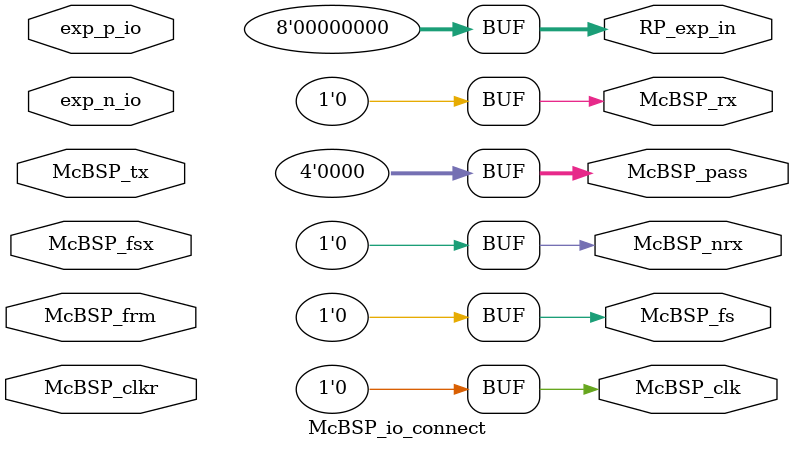
<source format=v>
`timescale 1ns / 1ps


module McBSP_io_connect #(
    parameter USE_RP_DIGITAL_IO_N = 0,
    parameter USE_RP_DIGITAL_IO_P = 0
)
(
    // inout logic [ 8-1:0] exp_p_io,
    inout  [8-1:0] exp_p_io,
    inout  [8-1:0] exp_n_io,
    input  McBSP_clkr, // CLKR: clock return
    input  McBSP_tx,   // TX: data transmit
    input  McBSP_fsx,  // optional, debug: data frame start FSX
    input  McBSP_frm,  // optional, debug: data frame
(* X_INTERFACE_PARAMETER = "FREQ_HZ 20000000" *)
    output McBSP_clk,  // McBSP clock
    output McBSP_fs,   // McBSP FS (frame start)
    output McBSP_rx,   // McBSP RX (data receive)
    output McBSP_nrx,  // optional: Nth/other RedPitaya slaves data TX forwarded on scheme TDB
    output [8-1:0] RP_exp_in,
    output [4-1:0] McBSP_pass
    // output [4-1:0] McBSP_dbg
);

//  [Place 30-574] Poor placement for routing between an IO pin and BUFG. If this sub optimal condition is acceptable for this design, you may use the CLOCK_DEDICATED_ROUTE constraint in the .xdc file to demote this message to a WARNING. However, the use of this override is highly discouraged. These examples can be used directly in the .xdc file to override this clock rule.
//  set_property CLOCK_DEDICATED_ROUTE FALSE [get_nets system_i/PS_data_transport/McBSP_io_connect_0/inst/clk_iobuf/O]
// => complains about using non clk dedicated IO pin for McBSP Clk.
// https://www.xilinx.com/support/documentation/sw_manuals/xilinx2012_2/ug953-vivado-7series-libraries.pdfhttps://www.xilinx.com/support/documentation/sw_manuals/xilinx2012_2/ug953-vivado-7series-libraries.pdf

//[Place 30-574] Poor placement for routing between an IO pin and BUFG. This is normally an ERROR but the CLOCK_DEDICATED_ROUTE constraint is set to FALSE allowing your design to continue. The use of this override is highly discouraged as it may lead to very poor timing results. It is recommended that this error condition be corrected in the design.
//
//	system_i/PS_data_transport/McBSP_io_connect_0/inst/clk_iobuf/IBUF (IBUF.O) is locked to IOB_X0Y68
//	 and system_i/PS_data_transport/McBSP_io_connect_0/inst/McBSP_clk_BUFG_inst (BUFG.I) is provisionally placed by clockplacer on BUFGCTRL_X0Y3


// Re: WARNING: [Constraints 18-550] Could not create 'IOSTANDARD' constraint because net 'McBSP_clk' is not directly connected to top level port. 'IOSTANDARD' is ignored by Vivado but preserved for

// IOBUF macro, .T(0) : Output direction. IO = I, O = I (passed)
// IOBUF macro, .T(1) : Input direction.  IO = Z (high imp), O = IO (passed), I=X

// V1.0 interface McBSP on exp_p_io[], IO-in on exp_n_io
// ==========================================================================
/*
IOBUF clk_iobuf (.O(McBSP_clk),      .IO(exp_p_io[0]), .I(0),         .T(1) );
IOBUF fs_iobuf  (.O(McBSP_fs),       .IO(exp_p_io[1]), .I(0),         .T(1) );
IOBUF rx_iobuf  (.O(McBSP_rx),       .IO(exp_p_io[2]), .I(0),         .T(1) );
IOBUF tx_iobuf  (.O(McBSP_pass[0]),  .IO(exp_p_io[3]), .I(McBSP_tx),  .T(0) );
IOBUF fsx_iobuf (.O(McBSP_pass[1]),  .IO(exp_p_io[4]), .I(McBSP_fsx), .T(0) );
IOBUF frm_iobuf (.O(McBSP_pass[2]),  .IO(exp_p_io[5]), .I(McBSP_frm), .T(0) );
IOBUF clkr_iobuf(.O(McBSP_pass[3]),  .IO(exp_p_io[6]), .I(McBSP_clkr),.T(0) );
IOBUF nrx_iobuf (.O(McBSP_nrx),      .IO(exp_p_io[7]), .I(0),         .T(1) );

if (USE_RP_DIGITAL_IO)
begin
    IOBUF exp_in_iobuf[8-1:0] (.O(RP_exp_in[8-1:0]), .IO(exp_n_io[8-1:0]), .I(8'b00000000),    .T(8'b11111111) );
end
// = V1 =====================================================================
*/
// ---------------------------------------- OR -------------------------------

// V2.0 interface McBSP on exp_n_io[], IO-in on exp_p_io (swapped pins)
// ===========================================================================
if (USE_RP_DIGITAL_IO_N)
begin
    IOBUF clk_iobuf (.O(McBSP_clk),      .IO(exp_n_io[0]), .I(0),         .T(1) );
    IOBUF fs_iobuf  (.O(McBSP_fs),       .IO(exp_n_io[1]), .I(0),         .T(1) );
    IOBUF rx_iobuf  (.O(McBSP_rx),       .IO(exp_n_io[2]), .I(0),         .T(1) );
    IOBUF tx_iobuf  (.O(McBSP_pass[0]),  .IO(exp_n_io[3]), .I(McBSP_tx),  .T(0) );
    IOBUF fsx_iobuf (.O(McBSP_pass[1]),  .IO(exp_n_io[4]), .I(McBSP_fsx), .T(0) );
    IOBUF frm_iobuf (.O(McBSP_pass[2]),  .IO(exp_n_io[5]), .I(McBSP_frm), .T(0) );
    IOBUF clkr_iobuf(.O(McBSP_pass[3]),  .IO(exp_n_io[6]), .I(McBSP_clkr),.T(0) );
    IOBUF nrx_iobuf (.O(McBSP_nrx),      .IO(exp_n_io[7]), .I(0),         .T(1) );
end
else
begin
    assign McBSP_clk = 0;
    assign McBSP_fs = 0;
    assign McBSP_rx = 0;
    assign McBSP_nrx = 0;
    assign McBSP_pass = 0;
end
    
if (USE_RP_DIGITAL_IO_P)
begin
    IOBUF exp_in_iobuf[8-1:0] (.O(RP_exp_in[8-1:0]), .IO(exp_p_io[8-1:0]), .I(8'b00000000),    .T(8'b11111111) );
end
else
begin
    assign RP_exp_in = 0;
end
// = V2 =====================================================================

// assign McBSP_dbg = { McBSP_clk, McBSP_fs, McBSP_rx, McBSP_nrx };


endmodule

</source>
